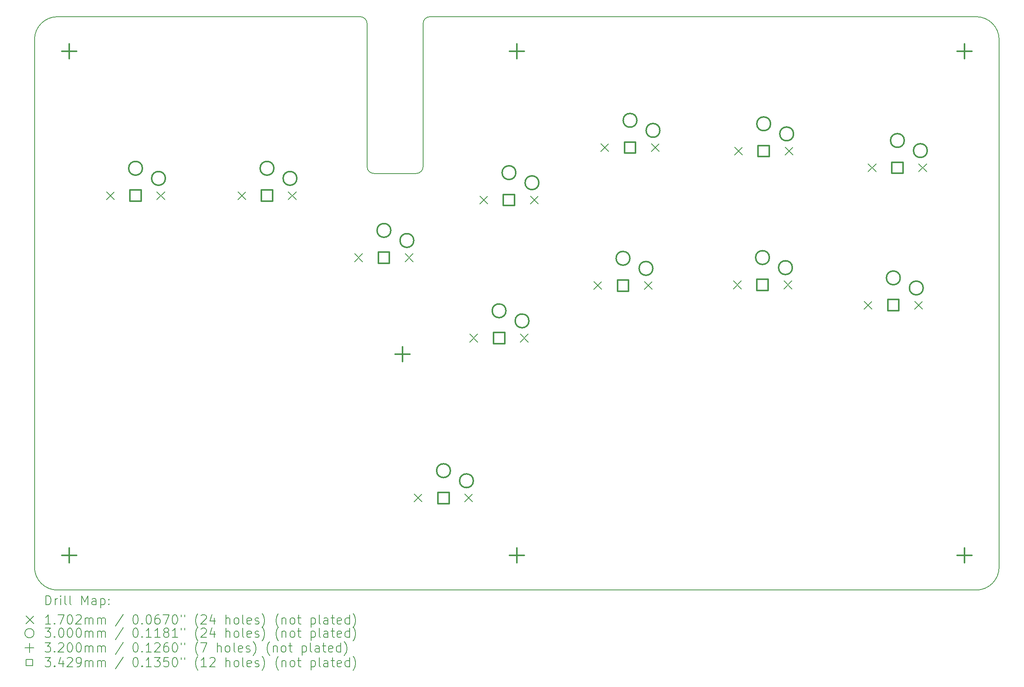
<source format=gbr>
%FSLAX45Y45*%
G04 Gerber Fmt 4.5, Leading zero omitted, Abs format (unit mm)*
G04 Created by KiCad (PCBNEW (6.0.6)) date 2022-07-21 01:25:32*
%MOMM*%
%LPD*%
G01*
G04 APERTURE LIST*
%TA.AperFunction,Profile*%
%ADD10C,0.200000*%
%TD*%
%ADD11C,0.200000*%
%ADD12C,0.170180*%
%ADD13C,0.300000*%
%ADD14C,0.320000*%
%ADD15C,0.342900*%
G04 APERTURE END LIST*
D10*
X11610000Y-3000000D02*
G75*
G03*
X11460000Y-3150000I0J-150000D01*
G01*
X3500000Y-3000000D02*
X10090000Y-3000000D01*
X10240000Y-6268000D02*
G75*
G03*
X10390000Y-6418000I150000J0D01*
G01*
X3000000Y-15000000D02*
G75*
G03*
X3500000Y-15500000I500000J0D01*
G01*
X10240000Y-3150000D02*
X10240000Y-6268000D01*
X24000000Y-3500000D02*
X24000000Y-15000000D01*
X11460000Y-6268000D02*
X11460000Y-3150000D01*
X10390000Y-6418000D02*
X11310000Y-6418000D01*
X10240000Y-3150000D02*
G75*
G03*
X10090000Y-3000000I-150000J0D01*
G01*
X23500000Y-15500000D02*
X3500000Y-15500000D01*
X3000000Y-15000000D02*
X3000000Y-3500000D01*
X24000000Y-3500000D02*
G75*
G03*
X23500000Y-3000000I-500000J0D01*
G01*
X3500000Y-3000000D02*
G75*
G03*
X3000000Y-3500000I0J-500000D01*
G01*
X11310000Y-6418000D02*
G75*
G03*
X11460000Y-6268000I0J150000D01*
G01*
X23500000Y-15500000D02*
G75*
G03*
X24000000Y-15000000I0J500000D01*
G01*
X11610000Y-3000000D02*
X23500000Y-3000000D01*
D11*
D12*
X4564910Y-6814910D02*
X4735090Y-6985090D01*
X4735090Y-6814910D02*
X4564910Y-6985090D01*
X5664910Y-6814910D02*
X5835090Y-6985090D01*
X5835090Y-6814910D02*
X5664910Y-6985090D01*
X7426910Y-6814910D02*
X7597090Y-6985090D01*
X7597090Y-6814910D02*
X7426910Y-6985090D01*
X8526910Y-6814910D02*
X8697090Y-6985090D01*
X8697090Y-6814910D02*
X8526910Y-6985090D01*
X9971910Y-8168910D02*
X10142090Y-8339090D01*
X10142090Y-8168910D02*
X9971910Y-8339090D01*
X11071910Y-8168910D02*
X11242090Y-8339090D01*
X11242090Y-8168910D02*
X11071910Y-8339090D01*
X11268910Y-13406910D02*
X11439090Y-13577090D01*
X11439090Y-13406910D02*
X11268910Y-13577090D01*
X12368910Y-13406910D02*
X12539090Y-13577090D01*
X12539090Y-13406910D02*
X12368910Y-13577090D01*
X12478910Y-9920910D02*
X12649090Y-10091090D01*
X12649090Y-9920910D02*
X12478910Y-10091090D01*
X12694910Y-6909910D02*
X12865090Y-7080090D01*
X12865090Y-6909910D02*
X12694910Y-7080090D01*
X13578910Y-9920910D02*
X13749090Y-10091090D01*
X13749090Y-9920910D02*
X13578910Y-10091090D01*
X13794910Y-6909910D02*
X13965090Y-7080090D01*
X13965090Y-6909910D02*
X13794910Y-7080090D01*
X15176910Y-8776910D02*
X15347090Y-8947090D01*
X15347090Y-8776910D02*
X15176910Y-8947090D01*
X15329910Y-5768910D02*
X15500090Y-5939090D01*
X15500090Y-5768910D02*
X15329910Y-5939090D01*
X16276910Y-8776910D02*
X16447090Y-8947090D01*
X16447090Y-8776910D02*
X16276910Y-8947090D01*
X16429910Y-5768910D02*
X16600090Y-5939090D01*
X16600090Y-5768910D02*
X16429910Y-5939090D01*
X18213910Y-8760910D02*
X18384090Y-8931090D01*
X18384090Y-8760910D02*
X18213910Y-8931090D01*
X18239910Y-5844910D02*
X18410090Y-6015090D01*
X18410090Y-5844910D02*
X18239910Y-6015090D01*
X19313910Y-8760910D02*
X19484090Y-8931090D01*
X19484090Y-8760910D02*
X19313910Y-8931090D01*
X19339910Y-5844910D02*
X19510090Y-6015090D01*
X19510090Y-5844910D02*
X19339910Y-6015090D01*
X21061910Y-9203910D02*
X21232090Y-9374090D01*
X21232090Y-9203910D02*
X21061910Y-9374090D01*
X21150910Y-6208910D02*
X21321090Y-6379090D01*
X21321090Y-6208910D02*
X21150910Y-6379090D01*
X22161910Y-9203910D02*
X22332090Y-9374090D01*
X22332090Y-9203910D02*
X22161910Y-9374090D01*
X22250910Y-6208910D02*
X22421090Y-6379090D01*
X22421090Y-6208910D02*
X22250910Y-6379090D01*
D13*
X5350000Y-6305000D02*
G75*
G03*
X5350000Y-6305000I-150000J0D01*
G01*
X5850000Y-6525000D02*
G75*
G03*
X5850000Y-6525000I-150000J0D01*
G01*
X8212000Y-6305000D02*
G75*
G03*
X8212000Y-6305000I-150000J0D01*
G01*
X8712000Y-6525000D02*
G75*
G03*
X8712000Y-6525000I-150000J0D01*
G01*
X10757000Y-7659000D02*
G75*
G03*
X10757000Y-7659000I-150000J0D01*
G01*
X11257000Y-7879000D02*
G75*
G03*
X11257000Y-7879000I-150000J0D01*
G01*
X12054000Y-12897000D02*
G75*
G03*
X12054000Y-12897000I-150000J0D01*
G01*
X12554000Y-13117000D02*
G75*
G03*
X12554000Y-13117000I-150000J0D01*
G01*
X13264000Y-9411000D02*
G75*
G03*
X13264000Y-9411000I-150000J0D01*
G01*
X13480000Y-6400000D02*
G75*
G03*
X13480000Y-6400000I-150000J0D01*
G01*
X13764000Y-9631000D02*
G75*
G03*
X13764000Y-9631000I-150000J0D01*
G01*
X13980000Y-6620000D02*
G75*
G03*
X13980000Y-6620000I-150000J0D01*
G01*
X15962000Y-8267000D02*
G75*
G03*
X15962000Y-8267000I-150000J0D01*
G01*
X16115000Y-5259000D02*
G75*
G03*
X16115000Y-5259000I-150000J0D01*
G01*
X16462000Y-8487000D02*
G75*
G03*
X16462000Y-8487000I-150000J0D01*
G01*
X16615000Y-5479000D02*
G75*
G03*
X16615000Y-5479000I-150000J0D01*
G01*
X18999000Y-8251000D02*
G75*
G03*
X18999000Y-8251000I-150000J0D01*
G01*
X19025000Y-5335000D02*
G75*
G03*
X19025000Y-5335000I-150000J0D01*
G01*
X19499000Y-8471000D02*
G75*
G03*
X19499000Y-8471000I-150000J0D01*
G01*
X19525000Y-5555000D02*
G75*
G03*
X19525000Y-5555000I-150000J0D01*
G01*
X21847000Y-8694000D02*
G75*
G03*
X21847000Y-8694000I-150000J0D01*
G01*
X21936000Y-5699000D02*
G75*
G03*
X21936000Y-5699000I-150000J0D01*
G01*
X22347000Y-8914000D02*
G75*
G03*
X22347000Y-8914000I-150000J0D01*
G01*
X22436000Y-5919000D02*
G75*
G03*
X22436000Y-5919000I-150000J0D01*
G01*
D14*
X3755000Y-3595000D02*
X3755000Y-3915000D01*
X3595000Y-3755000D02*
X3915000Y-3755000D01*
X3755000Y-14585000D02*
X3755000Y-14905000D01*
X3595000Y-14745000D02*
X3915000Y-14745000D01*
X11014000Y-10198000D02*
X11014000Y-10518000D01*
X10854000Y-10358000D02*
X11174000Y-10358000D01*
X13500000Y-3595000D02*
X13500000Y-3915000D01*
X13340000Y-3755000D02*
X13660000Y-3755000D01*
X13500000Y-14585000D02*
X13500000Y-14905000D01*
X13340000Y-14745000D02*
X13660000Y-14745000D01*
X23245000Y-3595000D02*
X23245000Y-3915000D01*
X23085000Y-3755000D02*
X23405000Y-3755000D01*
X23245000Y-14585000D02*
X23245000Y-14905000D01*
X23085000Y-14745000D02*
X23405000Y-14745000D01*
D15*
X5321235Y-7021235D02*
X5321235Y-6778765D01*
X5078765Y-6778765D01*
X5078765Y-7021235D01*
X5321235Y-7021235D01*
X8183235Y-7021235D02*
X8183235Y-6778765D01*
X7940765Y-6778765D01*
X7940765Y-7021235D01*
X8183235Y-7021235D01*
X10728235Y-8375235D02*
X10728235Y-8132765D01*
X10485765Y-8132765D01*
X10485765Y-8375235D01*
X10728235Y-8375235D01*
X12025235Y-13613235D02*
X12025235Y-13370765D01*
X11782765Y-13370765D01*
X11782765Y-13613235D01*
X12025235Y-13613235D01*
X13235235Y-10127235D02*
X13235235Y-9884765D01*
X12992765Y-9884765D01*
X12992765Y-10127235D01*
X13235235Y-10127235D01*
X13451235Y-7116235D02*
X13451235Y-6873765D01*
X13208765Y-6873765D01*
X13208765Y-7116235D01*
X13451235Y-7116235D01*
X15933235Y-8983235D02*
X15933235Y-8740765D01*
X15690765Y-8740765D01*
X15690765Y-8983235D01*
X15933235Y-8983235D01*
X16086235Y-5975235D02*
X16086235Y-5732765D01*
X15843765Y-5732765D01*
X15843765Y-5975235D01*
X16086235Y-5975235D01*
X18970235Y-8967235D02*
X18970235Y-8724765D01*
X18727765Y-8724765D01*
X18727765Y-8967235D01*
X18970235Y-8967235D01*
X18996235Y-6051235D02*
X18996235Y-5808765D01*
X18753765Y-5808765D01*
X18753765Y-6051235D01*
X18996235Y-6051235D01*
X21818235Y-9410235D02*
X21818235Y-9167765D01*
X21575765Y-9167765D01*
X21575765Y-9410235D01*
X21818235Y-9410235D01*
X21907235Y-6415235D02*
X21907235Y-6172765D01*
X21664765Y-6172765D01*
X21664765Y-6415235D01*
X21907235Y-6415235D01*
D11*
X3247619Y-15820476D02*
X3247619Y-15620476D01*
X3295238Y-15620476D01*
X3323809Y-15630000D01*
X3342857Y-15649048D01*
X3352381Y-15668095D01*
X3361905Y-15706190D01*
X3361905Y-15734762D01*
X3352381Y-15772857D01*
X3342857Y-15791905D01*
X3323809Y-15810952D01*
X3295238Y-15820476D01*
X3247619Y-15820476D01*
X3447619Y-15820476D02*
X3447619Y-15687143D01*
X3447619Y-15725238D02*
X3457143Y-15706190D01*
X3466667Y-15696667D01*
X3485714Y-15687143D01*
X3504762Y-15687143D01*
X3571428Y-15820476D02*
X3571428Y-15687143D01*
X3571428Y-15620476D02*
X3561905Y-15630000D01*
X3571428Y-15639524D01*
X3580952Y-15630000D01*
X3571428Y-15620476D01*
X3571428Y-15639524D01*
X3695238Y-15820476D02*
X3676190Y-15810952D01*
X3666667Y-15791905D01*
X3666667Y-15620476D01*
X3800000Y-15820476D02*
X3780952Y-15810952D01*
X3771428Y-15791905D01*
X3771428Y-15620476D01*
X4028571Y-15820476D02*
X4028571Y-15620476D01*
X4095238Y-15763333D01*
X4161905Y-15620476D01*
X4161905Y-15820476D01*
X4342857Y-15820476D02*
X4342857Y-15715714D01*
X4333333Y-15696667D01*
X4314286Y-15687143D01*
X4276190Y-15687143D01*
X4257143Y-15696667D01*
X4342857Y-15810952D02*
X4323810Y-15820476D01*
X4276190Y-15820476D01*
X4257143Y-15810952D01*
X4247619Y-15791905D01*
X4247619Y-15772857D01*
X4257143Y-15753809D01*
X4276190Y-15744286D01*
X4323810Y-15744286D01*
X4342857Y-15734762D01*
X4438095Y-15687143D02*
X4438095Y-15887143D01*
X4438095Y-15696667D02*
X4457143Y-15687143D01*
X4495238Y-15687143D01*
X4514286Y-15696667D01*
X4523810Y-15706190D01*
X4533333Y-15725238D01*
X4533333Y-15782381D01*
X4523810Y-15801428D01*
X4514286Y-15810952D01*
X4495238Y-15820476D01*
X4457143Y-15820476D01*
X4438095Y-15810952D01*
X4619048Y-15801428D02*
X4628571Y-15810952D01*
X4619048Y-15820476D01*
X4609524Y-15810952D01*
X4619048Y-15801428D01*
X4619048Y-15820476D01*
X4619048Y-15696667D02*
X4628571Y-15706190D01*
X4619048Y-15715714D01*
X4609524Y-15706190D01*
X4619048Y-15696667D01*
X4619048Y-15715714D01*
D12*
X2819820Y-16064910D02*
X2990000Y-16235090D01*
X2990000Y-16064910D02*
X2819820Y-16235090D01*
D11*
X3352381Y-16240476D02*
X3238095Y-16240476D01*
X3295238Y-16240476D02*
X3295238Y-16040476D01*
X3276190Y-16069048D01*
X3257143Y-16088095D01*
X3238095Y-16097619D01*
X3438095Y-16221428D02*
X3447619Y-16230952D01*
X3438095Y-16240476D01*
X3428571Y-16230952D01*
X3438095Y-16221428D01*
X3438095Y-16240476D01*
X3514286Y-16040476D02*
X3647619Y-16040476D01*
X3561905Y-16240476D01*
X3761905Y-16040476D02*
X3780952Y-16040476D01*
X3800000Y-16050000D01*
X3809524Y-16059524D01*
X3819048Y-16078571D01*
X3828571Y-16116667D01*
X3828571Y-16164286D01*
X3819048Y-16202381D01*
X3809524Y-16221428D01*
X3800000Y-16230952D01*
X3780952Y-16240476D01*
X3761905Y-16240476D01*
X3742857Y-16230952D01*
X3733333Y-16221428D01*
X3723809Y-16202381D01*
X3714286Y-16164286D01*
X3714286Y-16116667D01*
X3723809Y-16078571D01*
X3733333Y-16059524D01*
X3742857Y-16050000D01*
X3761905Y-16040476D01*
X3904762Y-16059524D02*
X3914286Y-16050000D01*
X3933333Y-16040476D01*
X3980952Y-16040476D01*
X4000000Y-16050000D01*
X4009524Y-16059524D01*
X4019048Y-16078571D01*
X4019048Y-16097619D01*
X4009524Y-16126190D01*
X3895238Y-16240476D01*
X4019048Y-16240476D01*
X4104762Y-16240476D02*
X4104762Y-16107143D01*
X4104762Y-16126190D02*
X4114286Y-16116667D01*
X4133333Y-16107143D01*
X4161905Y-16107143D01*
X4180952Y-16116667D01*
X4190476Y-16135714D01*
X4190476Y-16240476D01*
X4190476Y-16135714D02*
X4200000Y-16116667D01*
X4219048Y-16107143D01*
X4247619Y-16107143D01*
X4266667Y-16116667D01*
X4276190Y-16135714D01*
X4276190Y-16240476D01*
X4371429Y-16240476D02*
X4371429Y-16107143D01*
X4371429Y-16126190D02*
X4380952Y-16116667D01*
X4400000Y-16107143D01*
X4428571Y-16107143D01*
X4447619Y-16116667D01*
X4457143Y-16135714D01*
X4457143Y-16240476D01*
X4457143Y-16135714D02*
X4466667Y-16116667D01*
X4485714Y-16107143D01*
X4514286Y-16107143D01*
X4533333Y-16116667D01*
X4542857Y-16135714D01*
X4542857Y-16240476D01*
X4933333Y-16030952D02*
X4761905Y-16288095D01*
X5190476Y-16040476D02*
X5209524Y-16040476D01*
X5228571Y-16050000D01*
X5238095Y-16059524D01*
X5247619Y-16078571D01*
X5257143Y-16116667D01*
X5257143Y-16164286D01*
X5247619Y-16202381D01*
X5238095Y-16221428D01*
X5228571Y-16230952D01*
X5209524Y-16240476D01*
X5190476Y-16240476D01*
X5171429Y-16230952D01*
X5161905Y-16221428D01*
X5152381Y-16202381D01*
X5142857Y-16164286D01*
X5142857Y-16116667D01*
X5152381Y-16078571D01*
X5161905Y-16059524D01*
X5171429Y-16050000D01*
X5190476Y-16040476D01*
X5342857Y-16221428D02*
X5352381Y-16230952D01*
X5342857Y-16240476D01*
X5333333Y-16230952D01*
X5342857Y-16221428D01*
X5342857Y-16240476D01*
X5476190Y-16040476D02*
X5495238Y-16040476D01*
X5514286Y-16050000D01*
X5523810Y-16059524D01*
X5533333Y-16078571D01*
X5542857Y-16116667D01*
X5542857Y-16164286D01*
X5533333Y-16202381D01*
X5523810Y-16221428D01*
X5514286Y-16230952D01*
X5495238Y-16240476D01*
X5476190Y-16240476D01*
X5457143Y-16230952D01*
X5447619Y-16221428D01*
X5438095Y-16202381D01*
X5428571Y-16164286D01*
X5428571Y-16116667D01*
X5438095Y-16078571D01*
X5447619Y-16059524D01*
X5457143Y-16050000D01*
X5476190Y-16040476D01*
X5714286Y-16040476D02*
X5676190Y-16040476D01*
X5657143Y-16050000D01*
X5647619Y-16059524D01*
X5628571Y-16088095D01*
X5619048Y-16126190D01*
X5619048Y-16202381D01*
X5628571Y-16221428D01*
X5638095Y-16230952D01*
X5657143Y-16240476D01*
X5695238Y-16240476D01*
X5714286Y-16230952D01*
X5723809Y-16221428D01*
X5733333Y-16202381D01*
X5733333Y-16154762D01*
X5723809Y-16135714D01*
X5714286Y-16126190D01*
X5695238Y-16116667D01*
X5657143Y-16116667D01*
X5638095Y-16126190D01*
X5628571Y-16135714D01*
X5619048Y-16154762D01*
X5800000Y-16040476D02*
X5933333Y-16040476D01*
X5847619Y-16240476D01*
X6047619Y-16040476D02*
X6066667Y-16040476D01*
X6085714Y-16050000D01*
X6095238Y-16059524D01*
X6104762Y-16078571D01*
X6114286Y-16116667D01*
X6114286Y-16164286D01*
X6104762Y-16202381D01*
X6095238Y-16221428D01*
X6085714Y-16230952D01*
X6066667Y-16240476D01*
X6047619Y-16240476D01*
X6028571Y-16230952D01*
X6019048Y-16221428D01*
X6009524Y-16202381D01*
X6000000Y-16164286D01*
X6000000Y-16116667D01*
X6009524Y-16078571D01*
X6019048Y-16059524D01*
X6028571Y-16050000D01*
X6047619Y-16040476D01*
X6190476Y-16040476D02*
X6190476Y-16078571D01*
X6266667Y-16040476D02*
X6266667Y-16078571D01*
X6561905Y-16316667D02*
X6552381Y-16307143D01*
X6533333Y-16278571D01*
X6523809Y-16259524D01*
X6514286Y-16230952D01*
X6504762Y-16183333D01*
X6504762Y-16145238D01*
X6514286Y-16097619D01*
X6523809Y-16069048D01*
X6533333Y-16050000D01*
X6552381Y-16021428D01*
X6561905Y-16011905D01*
X6628571Y-16059524D02*
X6638095Y-16050000D01*
X6657143Y-16040476D01*
X6704762Y-16040476D01*
X6723809Y-16050000D01*
X6733333Y-16059524D01*
X6742857Y-16078571D01*
X6742857Y-16097619D01*
X6733333Y-16126190D01*
X6619048Y-16240476D01*
X6742857Y-16240476D01*
X6914286Y-16107143D02*
X6914286Y-16240476D01*
X6866667Y-16030952D02*
X6819048Y-16173809D01*
X6942857Y-16173809D01*
X7171428Y-16240476D02*
X7171428Y-16040476D01*
X7257143Y-16240476D02*
X7257143Y-16135714D01*
X7247619Y-16116667D01*
X7228571Y-16107143D01*
X7200000Y-16107143D01*
X7180952Y-16116667D01*
X7171428Y-16126190D01*
X7380952Y-16240476D02*
X7361905Y-16230952D01*
X7352381Y-16221428D01*
X7342857Y-16202381D01*
X7342857Y-16145238D01*
X7352381Y-16126190D01*
X7361905Y-16116667D01*
X7380952Y-16107143D01*
X7409524Y-16107143D01*
X7428571Y-16116667D01*
X7438095Y-16126190D01*
X7447619Y-16145238D01*
X7447619Y-16202381D01*
X7438095Y-16221428D01*
X7428571Y-16230952D01*
X7409524Y-16240476D01*
X7380952Y-16240476D01*
X7561905Y-16240476D02*
X7542857Y-16230952D01*
X7533333Y-16211905D01*
X7533333Y-16040476D01*
X7714286Y-16230952D02*
X7695238Y-16240476D01*
X7657143Y-16240476D01*
X7638095Y-16230952D01*
X7628571Y-16211905D01*
X7628571Y-16135714D01*
X7638095Y-16116667D01*
X7657143Y-16107143D01*
X7695238Y-16107143D01*
X7714286Y-16116667D01*
X7723809Y-16135714D01*
X7723809Y-16154762D01*
X7628571Y-16173809D01*
X7800000Y-16230952D02*
X7819048Y-16240476D01*
X7857143Y-16240476D01*
X7876190Y-16230952D01*
X7885714Y-16211905D01*
X7885714Y-16202381D01*
X7876190Y-16183333D01*
X7857143Y-16173809D01*
X7828571Y-16173809D01*
X7809524Y-16164286D01*
X7800000Y-16145238D01*
X7800000Y-16135714D01*
X7809524Y-16116667D01*
X7828571Y-16107143D01*
X7857143Y-16107143D01*
X7876190Y-16116667D01*
X7952381Y-16316667D02*
X7961905Y-16307143D01*
X7980952Y-16278571D01*
X7990476Y-16259524D01*
X8000000Y-16230952D01*
X8009524Y-16183333D01*
X8009524Y-16145238D01*
X8000000Y-16097619D01*
X7990476Y-16069048D01*
X7980952Y-16050000D01*
X7961905Y-16021428D01*
X7952381Y-16011905D01*
X8314286Y-16316667D02*
X8304762Y-16307143D01*
X8285714Y-16278571D01*
X8276190Y-16259524D01*
X8266667Y-16230952D01*
X8257143Y-16183333D01*
X8257143Y-16145238D01*
X8266667Y-16097619D01*
X8276190Y-16069048D01*
X8285714Y-16050000D01*
X8304762Y-16021428D01*
X8314286Y-16011905D01*
X8390476Y-16107143D02*
X8390476Y-16240476D01*
X8390476Y-16126190D02*
X8400000Y-16116667D01*
X8419048Y-16107143D01*
X8447619Y-16107143D01*
X8466667Y-16116667D01*
X8476190Y-16135714D01*
X8476190Y-16240476D01*
X8600000Y-16240476D02*
X8580952Y-16230952D01*
X8571429Y-16221428D01*
X8561905Y-16202381D01*
X8561905Y-16145238D01*
X8571429Y-16126190D01*
X8580952Y-16116667D01*
X8600000Y-16107143D01*
X8628571Y-16107143D01*
X8647619Y-16116667D01*
X8657143Y-16126190D01*
X8666667Y-16145238D01*
X8666667Y-16202381D01*
X8657143Y-16221428D01*
X8647619Y-16230952D01*
X8628571Y-16240476D01*
X8600000Y-16240476D01*
X8723810Y-16107143D02*
X8800000Y-16107143D01*
X8752381Y-16040476D02*
X8752381Y-16211905D01*
X8761905Y-16230952D01*
X8780952Y-16240476D01*
X8800000Y-16240476D01*
X9019048Y-16107143D02*
X9019048Y-16307143D01*
X9019048Y-16116667D02*
X9038095Y-16107143D01*
X9076190Y-16107143D01*
X9095238Y-16116667D01*
X9104762Y-16126190D01*
X9114286Y-16145238D01*
X9114286Y-16202381D01*
X9104762Y-16221428D01*
X9095238Y-16230952D01*
X9076190Y-16240476D01*
X9038095Y-16240476D01*
X9019048Y-16230952D01*
X9228571Y-16240476D02*
X9209524Y-16230952D01*
X9200000Y-16211905D01*
X9200000Y-16040476D01*
X9390476Y-16240476D02*
X9390476Y-16135714D01*
X9380952Y-16116667D01*
X9361905Y-16107143D01*
X9323810Y-16107143D01*
X9304762Y-16116667D01*
X9390476Y-16230952D02*
X9371429Y-16240476D01*
X9323810Y-16240476D01*
X9304762Y-16230952D01*
X9295238Y-16211905D01*
X9295238Y-16192857D01*
X9304762Y-16173809D01*
X9323810Y-16164286D01*
X9371429Y-16164286D01*
X9390476Y-16154762D01*
X9457143Y-16107143D02*
X9533333Y-16107143D01*
X9485714Y-16040476D02*
X9485714Y-16211905D01*
X9495238Y-16230952D01*
X9514286Y-16240476D01*
X9533333Y-16240476D01*
X9676190Y-16230952D02*
X9657143Y-16240476D01*
X9619048Y-16240476D01*
X9600000Y-16230952D01*
X9590476Y-16211905D01*
X9590476Y-16135714D01*
X9600000Y-16116667D01*
X9619048Y-16107143D01*
X9657143Y-16107143D01*
X9676190Y-16116667D01*
X9685714Y-16135714D01*
X9685714Y-16154762D01*
X9590476Y-16173809D01*
X9857143Y-16240476D02*
X9857143Y-16040476D01*
X9857143Y-16230952D02*
X9838095Y-16240476D01*
X9800000Y-16240476D01*
X9780952Y-16230952D01*
X9771429Y-16221428D01*
X9761905Y-16202381D01*
X9761905Y-16145238D01*
X9771429Y-16126190D01*
X9780952Y-16116667D01*
X9800000Y-16107143D01*
X9838095Y-16107143D01*
X9857143Y-16116667D01*
X9933333Y-16316667D02*
X9942857Y-16307143D01*
X9961905Y-16278571D01*
X9971429Y-16259524D01*
X9980952Y-16230952D01*
X9990476Y-16183333D01*
X9990476Y-16145238D01*
X9980952Y-16097619D01*
X9971429Y-16069048D01*
X9961905Y-16050000D01*
X9942857Y-16021428D01*
X9933333Y-16011905D01*
X2990000Y-16440180D02*
G75*
G03*
X2990000Y-16440180I-100000J0D01*
G01*
X3228571Y-16330656D02*
X3352381Y-16330656D01*
X3285714Y-16406847D01*
X3314286Y-16406847D01*
X3333333Y-16416370D01*
X3342857Y-16425894D01*
X3352381Y-16444942D01*
X3352381Y-16492561D01*
X3342857Y-16511608D01*
X3333333Y-16521132D01*
X3314286Y-16530656D01*
X3257143Y-16530656D01*
X3238095Y-16521132D01*
X3228571Y-16511608D01*
X3438095Y-16511608D02*
X3447619Y-16521132D01*
X3438095Y-16530656D01*
X3428571Y-16521132D01*
X3438095Y-16511608D01*
X3438095Y-16530656D01*
X3571428Y-16330656D02*
X3590476Y-16330656D01*
X3609524Y-16340180D01*
X3619048Y-16349704D01*
X3628571Y-16368751D01*
X3638095Y-16406847D01*
X3638095Y-16454466D01*
X3628571Y-16492561D01*
X3619048Y-16511608D01*
X3609524Y-16521132D01*
X3590476Y-16530656D01*
X3571428Y-16530656D01*
X3552381Y-16521132D01*
X3542857Y-16511608D01*
X3533333Y-16492561D01*
X3523809Y-16454466D01*
X3523809Y-16406847D01*
X3533333Y-16368751D01*
X3542857Y-16349704D01*
X3552381Y-16340180D01*
X3571428Y-16330656D01*
X3761905Y-16330656D02*
X3780952Y-16330656D01*
X3800000Y-16340180D01*
X3809524Y-16349704D01*
X3819048Y-16368751D01*
X3828571Y-16406847D01*
X3828571Y-16454466D01*
X3819048Y-16492561D01*
X3809524Y-16511608D01*
X3800000Y-16521132D01*
X3780952Y-16530656D01*
X3761905Y-16530656D01*
X3742857Y-16521132D01*
X3733333Y-16511608D01*
X3723809Y-16492561D01*
X3714286Y-16454466D01*
X3714286Y-16406847D01*
X3723809Y-16368751D01*
X3733333Y-16349704D01*
X3742857Y-16340180D01*
X3761905Y-16330656D01*
X3952381Y-16330656D02*
X3971428Y-16330656D01*
X3990476Y-16340180D01*
X4000000Y-16349704D01*
X4009524Y-16368751D01*
X4019048Y-16406847D01*
X4019048Y-16454466D01*
X4009524Y-16492561D01*
X4000000Y-16511608D01*
X3990476Y-16521132D01*
X3971428Y-16530656D01*
X3952381Y-16530656D01*
X3933333Y-16521132D01*
X3923809Y-16511608D01*
X3914286Y-16492561D01*
X3904762Y-16454466D01*
X3904762Y-16406847D01*
X3914286Y-16368751D01*
X3923809Y-16349704D01*
X3933333Y-16340180D01*
X3952381Y-16330656D01*
X4104762Y-16530656D02*
X4104762Y-16397323D01*
X4104762Y-16416370D02*
X4114286Y-16406847D01*
X4133333Y-16397323D01*
X4161905Y-16397323D01*
X4180952Y-16406847D01*
X4190476Y-16425894D01*
X4190476Y-16530656D01*
X4190476Y-16425894D02*
X4200000Y-16406847D01*
X4219048Y-16397323D01*
X4247619Y-16397323D01*
X4266667Y-16406847D01*
X4276190Y-16425894D01*
X4276190Y-16530656D01*
X4371429Y-16530656D02*
X4371429Y-16397323D01*
X4371429Y-16416370D02*
X4380952Y-16406847D01*
X4400000Y-16397323D01*
X4428571Y-16397323D01*
X4447619Y-16406847D01*
X4457143Y-16425894D01*
X4457143Y-16530656D01*
X4457143Y-16425894D02*
X4466667Y-16406847D01*
X4485714Y-16397323D01*
X4514286Y-16397323D01*
X4533333Y-16406847D01*
X4542857Y-16425894D01*
X4542857Y-16530656D01*
X4933333Y-16321132D02*
X4761905Y-16578275D01*
X5190476Y-16330656D02*
X5209524Y-16330656D01*
X5228571Y-16340180D01*
X5238095Y-16349704D01*
X5247619Y-16368751D01*
X5257143Y-16406847D01*
X5257143Y-16454466D01*
X5247619Y-16492561D01*
X5238095Y-16511608D01*
X5228571Y-16521132D01*
X5209524Y-16530656D01*
X5190476Y-16530656D01*
X5171429Y-16521132D01*
X5161905Y-16511608D01*
X5152381Y-16492561D01*
X5142857Y-16454466D01*
X5142857Y-16406847D01*
X5152381Y-16368751D01*
X5161905Y-16349704D01*
X5171429Y-16340180D01*
X5190476Y-16330656D01*
X5342857Y-16511608D02*
X5352381Y-16521132D01*
X5342857Y-16530656D01*
X5333333Y-16521132D01*
X5342857Y-16511608D01*
X5342857Y-16530656D01*
X5542857Y-16530656D02*
X5428571Y-16530656D01*
X5485714Y-16530656D02*
X5485714Y-16330656D01*
X5466667Y-16359228D01*
X5447619Y-16378275D01*
X5428571Y-16387799D01*
X5733333Y-16530656D02*
X5619048Y-16530656D01*
X5676190Y-16530656D02*
X5676190Y-16330656D01*
X5657143Y-16359228D01*
X5638095Y-16378275D01*
X5619048Y-16387799D01*
X5847619Y-16416370D02*
X5828571Y-16406847D01*
X5819048Y-16397323D01*
X5809524Y-16378275D01*
X5809524Y-16368751D01*
X5819048Y-16349704D01*
X5828571Y-16340180D01*
X5847619Y-16330656D01*
X5885714Y-16330656D01*
X5904762Y-16340180D01*
X5914286Y-16349704D01*
X5923809Y-16368751D01*
X5923809Y-16378275D01*
X5914286Y-16397323D01*
X5904762Y-16406847D01*
X5885714Y-16416370D01*
X5847619Y-16416370D01*
X5828571Y-16425894D01*
X5819048Y-16435418D01*
X5809524Y-16454466D01*
X5809524Y-16492561D01*
X5819048Y-16511608D01*
X5828571Y-16521132D01*
X5847619Y-16530656D01*
X5885714Y-16530656D01*
X5904762Y-16521132D01*
X5914286Y-16511608D01*
X5923809Y-16492561D01*
X5923809Y-16454466D01*
X5914286Y-16435418D01*
X5904762Y-16425894D01*
X5885714Y-16416370D01*
X6114286Y-16530656D02*
X6000000Y-16530656D01*
X6057143Y-16530656D02*
X6057143Y-16330656D01*
X6038095Y-16359228D01*
X6019048Y-16378275D01*
X6000000Y-16387799D01*
X6190476Y-16330656D02*
X6190476Y-16368751D01*
X6266667Y-16330656D02*
X6266667Y-16368751D01*
X6561905Y-16606847D02*
X6552381Y-16597323D01*
X6533333Y-16568751D01*
X6523809Y-16549704D01*
X6514286Y-16521132D01*
X6504762Y-16473513D01*
X6504762Y-16435418D01*
X6514286Y-16387799D01*
X6523809Y-16359228D01*
X6533333Y-16340180D01*
X6552381Y-16311608D01*
X6561905Y-16302085D01*
X6628571Y-16349704D02*
X6638095Y-16340180D01*
X6657143Y-16330656D01*
X6704762Y-16330656D01*
X6723809Y-16340180D01*
X6733333Y-16349704D01*
X6742857Y-16368751D01*
X6742857Y-16387799D01*
X6733333Y-16416370D01*
X6619048Y-16530656D01*
X6742857Y-16530656D01*
X6914286Y-16397323D02*
X6914286Y-16530656D01*
X6866667Y-16321132D02*
X6819048Y-16463989D01*
X6942857Y-16463989D01*
X7171428Y-16530656D02*
X7171428Y-16330656D01*
X7257143Y-16530656D02*
X7257143Y-16425894D01*
X7247619Y-16406847D01*
X7228571Y-16397323D01*
X7200000Y-16397323D01*
X7180952Y-16406847D01*
X7171428Y-16416370D01*
X7380952Y-16530656D02*
X7361905Y-16521132D01*
X7352381Y-16511608D01*
X7342857Y-16492561D01*
X7342857Y-16435418D01*
X7352381Y-16416370D01*
X7361905Y-16406847D01*
X7380952Y-16397323D01*
X7409524Y-16397323D01*
X7428571Y-16406847D01*
X7438095Y-16416370D01*
X7447619Y-16435418D01*
X7447619Y-16492561D01*
X7438095Y-16511608D01*
X7428571Y-16521132D01*
X7409524Y-16530656D01*
X7380952Y-16530656D01*
X7561905Y-16530656D02*
X7542857Y-16521132D01*
X7533333Y-16502085D01*
X7533333Y-16330656D01*
X7714286Y-16521132D02*
X7695238Y-16530656D01*
X7657143Y-16530656D01*
X7638095Y-16521132D01*
X7628571Y-16502085D01*
X7628571Y-16425894D01*
X7638095Y-16406847D01*
X7657143Y-16397323D01*
X7695238Y-16397323D01*
X7714286Y-16406847D01*
X7723809Y-16425894D01*
X7723809Y-16444942D01*
X7628571Y-16463989D01*
X7800000Y-16521132D02*
X7819048Y-16530656D01*
X7857143Y-16530656D01*
X7876190Y-16521132D01*
X7885714Y-16502085D01*
X7885714Y-16492561D01*
X7876190Y-16473513D01*
X7857143Y-16463989D01*
X7828571Y-16463989D01*
X7809524Y-16454466D01*
X7800000Y-16435418D01*
X7800000Y-16425894D01*
X7809524Y-16406847D01*
X7828571Y-16397323D01*
X7857143Y-16397323D01*
X7876190Y-16406847D01*
X7952381Y-16606847D02*
X7961905Y-16597323D01*
X7980952Y-16568751D01*
X7990476Y-16549704D01*
X8000000Y-16521132D01*
X8009524Y-16473513D01*
X8009524Y-16435418D01*
X8000000Y-16387799D01*
X7990476Y-16359228D01*
X7980952Y-16340180D01*
X7961905Y-16311608D01*
X7952381Y-16302085D01*
X8314286Y-16606847D02*
X8304762Y-16597323D01*
X8285714Y-16568751D01*
X8276190Y-16549704D01*
X8266667Y-16521132D01*
X8257143Y-16473513D01*
X8257143Y-16435418D01*
X8266667Y-16387799D01*
X8276190Y-16359228D01*
X8285714Y-16340180D01*
X8304762Y-16311608D01*
X8314286Y-16302085D01*
X8390476Y-16397323D02*
X8390476Y-16530656D01*
X8390476Y-16416370D02*
X8400000Y-16406847D01*
X8419048Y-16397323D01*
X8447619Y-16397323D01*
X8466667Y-16406847D01*
X8476190Y-16425894D01*
X8476190Y-16530656D01*
X8600000Y-16530656D02*
X8580952Y-16521132D01*
X8571429Y-16511608D01*
X8561905Y-16492561D01*
X8561905Y-16435418D01*
X8571429Y-16416370D01*
X8580952Y-16406847D01*
X8600000Y-16397323D01*
X8628571Y-16397323D01*
X8647619Y-16406847D01*
X8657143Y-16416370D01*
X8666667Y-16435418D01*
X8666667Y-16492561D01*
X8657143Y-16511608D01*
X8647619Y-16521132D01*
X8628571Y-16530656D01*
X8600000Y-16530656D01*
X8723810Y-16397323D02*
X8800000Y-16397323D01*
X8752381Y-16330656D02*
X8752381Y-16502085D01*
X8761905Y-16521132D01*
X8780952Y-16530656D01*
X8800000Y-16530656D01*
X9019048Y-16397323D02*
X9019048Y-16597323D01*
X9019048Y-16406847D02*
X9038095Y-16397323D01*
X9076190Y-16397323D01*
X9095238Y-16406847D01*
X9104762Y-16416370D01*
X9114286Y-16435418D01*
X9114286Y-16492561D01*
X9104762Y-16511608D01*
X9095238Y-16521132D01*
X9076190Y-16530656D01*
X9038095Y-16530656D01*
X9019048Y-16521132D01*
X9228571Y-16530656D02*
X9209524Y-16521132D01*
X9200000Y-16502085D01*
X9200000Y-16330656D01*
X9390476Y-16530656D02*
X9390476Y-16425894D01*
X9380952Y-16406847D01*
X9361905Y-16397323D01*
X9323810Y-16397323D01*
X9304762Y-16406847D01*
X9390476Y-16521132D02*
X9371429Y-16530656D01*
X9323810Y-16530656D01*
X9304762Y-16521132D01*
X9295238Y-16502085D01*
X9295238Y-16483037D01*
X9304762Y-16463989D01*
X9323810Y-16454466D01*
X9371429Y-16454466D01*
X9390476Y-16444942D01*
X9457143Y-16397323D02*
X9533333Y-16397323D01*
X9485714Y-16330656D02*
X9485714Y-16502085D01*
X9495238Y-16521132D01*
X9514286Y-16530656D01*
X9533333Y-16530656D01*
X9676190Y-16521132D02*
X9657143Y-16530656D01*
X9619048Y-16530656D01*
X9600000Y-16521132D01*
X9590476Y-16502085D01*
X9590476Y-16425894D01*
X9600000Y-16406847D01*
X9619048Y-16397323D01*
X9657143Y-16397323D01*
X9676190Y-16406847D01*
X9685714Y-16425894D01*
X9685714Y-16444942D01*
X9590476Y-16463989D01*
X9857143Y-16530656D02*
X9857143Y-16330656D01*
X9857143Y-16521132D02*
X9838095Y-16530656D01*
X9800000Y-16530656D01*
X9780952Y-16521132D01*
X9771429Y-16511608D01*
X9761905Y-16492561D01*
X9761905Y-16435418D01*
X9771429Y-16416370D01*
X9780952Y-16406847D01*
X9800000Y-16397323D01*
X9838095Y-16397323D01*
X9857143Y-16406847D01*
X9933333Y-16606847D02*
X9942857Y-16597323D01*
X9961905Y-16568751D01*
X9971429Y-16549704D01*
X9980952Y-16521132D01*
X9990476Y-16473513D01*
X9990476Y-16435418D01*
X9980952Y-16387799D01*
X9971429Y-16359228D01*
X9961905Y-16340180D01*
X9942857Y-16311608D01*
X9933333Y-16302085D01*
X2890000Y-16660180D02*
X2890000Y-16860180D01*
X2790000Y-16760180D02*
X2990000Y-16760180D01*
X3228571Y-16650656D02*
X3352381Y-16650656D01*
X3285714Y-16726847D01*
X3314286Y-16726847D01*
X3333333Y-16736370D01*
X3342857Y-16745894D01*
X3352381Y-16764942D01*
X3352381Y-16812561D01*
X3342857Y-16831609D01*
X3333333Y-16841132D01*
X3314286Y-16850656D01*
X3257143Y-16850656D01*
X3238095Y-16841132D01*
X3228571Y-16831609D01*
X3438095Y-16831609D02*
X3447619Y-16841132D01*
X3438095Y-16850656D01*
X3428571Y-16841132D01*
X3438095Y-16831609D01*
X3438095Y-16850656D01*
X3523809Y-16669704D02*
X3533333Y-16660180D01*
X3552381Y-16650656D01*
X3600000Y-16650656D01*
X3619048Y-16660180D01*
X3628571Y-16669704D01*
X3638095Y-16688751D01*
X3638095Y-16707799D01*
X3628571Y-16736370D01*
X3514286Y-16850656D01*
X3638095Y-16850656D01*
X3761905Y-16650656D02*
X3780952Y-16650656D01*
X3800000Y-16660180D01*
X3809524Y-16669704D01*
X3819048Y-16688751D01*
X3828571Y-16726847D01*
X3828571Y-16774466D01*
X3819048Y-16812561D01*
X3809524Y-16831609D01*
X3800000Y-16841132D01*
X3780952Y-16850656D01*
X3761905Y-16850656D01*
X3742857Y-16841132D01*
X3733333Y-16831609D01*
X3723809Y-16812561D01*
X3714286Y-16774466D01*
X3714286Y-16726847D01*
X3723809Y-16688751D01*
X3733333Y-16669704D01*
X3742857Y-16660180D01*
X3761905Y-16650656D01*
X3952381Y-16650656D02*
X3971428Y-16650656D01*
X3990476Y-16660180D01*
X4000000Y-16669704D01*
X4009524Y-16688751D01*
X4019048Y-16726847D01*
X4019048Y-16774466D01*
X4009524Y-16812561D01*
X4000000Y-16831609D01*
X3990476Y-16841132D01*
X3971428Y-16850656D01*
X3952381Y-16850656D01*
X3933333Y-16841132D01*
X3923809Y-16831609D01*
X3914286Y-16812561D01*
X3904762Y-16774466D01*
X3904762Y-16726847D01*
X3914286Y-16688751D01*
X3923809Y-16669704D01*
X3933333Y-16660180D01*
X3952381Y-16650656D01*
X4104762Y-16850656D02*
X4104762Y-16717323D01*
X4104762Y-16736370D02*
X4114286Y-16726847D01*
X4133333Y-16717323D01*
X4161905Y-16717323D01*
X4180952Y-16726847D01*
X4190476Y-16745894D01*
X4190476Y-16850656D01*
X4190476Y-16745894D02*
X4200000Y-16726847D01*
X4219048Y-16717323D01*
X4247619Y-16717323D01*
X4266667Y-16726847D01*
X4276190Y-16745894D01*
X4276190Y-16850656D01*
X4371429Y-16850656D02*
X4371429Y-16717323D01*
X4371429Y-16736370D02*
X4380952Y-16726847D01*
X4400000Y-16717323D01*
X4428571Y-16717323D01*
X4447619Y-16726847D01*
X4457143Y-16745894D01*
X4457143Y-16850656D01*
X4457143Y-16745894D02*
X4466667Y-16726847D01*
X4485714Y-16717323D01*
X4514286Y-16717323D01*
X4533333Y-16726847D01*
X4542857Y-16745894D01*
X4542857Y-16850656D01*
X4933333Y-16641132D02*
X4761905Y-16898275D01*
X5190476Y-16650656D02*
X5209524Y-16650656D01*
X5228571Y-16660180D01*
X5238095Y-16669704D01*
X5247619Y-16688751D01*
X5257143Y-16726847D01*
X5257143Y-16774466D01*
X5247619Y-16812561D01*
X5238095Y-16831609D01*
X5228571Y-16841132D01*
X5209524Y-16850656D01*
X5190476Y-16850656D01*
X5171429Y-16841132D01*
X5161905Y-16831609D01*
X5152381Y-16812561D01*
X5142857Y-16774466D01*
X5142857Y-16726847D01*
X5152381Y-16688751D01*
X5161905Y-16669704D01*
X5171429Y-16660180D01*
X5190476Y-16650656D01*
X5342857Y-16831609D02*
X5352381Y-16841132D01*
X5342857Y-16850656D01*
X5333333Y-16841132D01*
X5342857Y-16831609D01*
X5342857Y-16850656D01*
X5542857Y-16850656D02*
X5428571Y-16850656D01*
X5485714Y-16850656D02*
X5485714Y-16650656D01*
X5466667Y-16679228D01*
X5447619Y-16698275D01*
X5428571Y-16707799D01*
X5619048Y-16669704D02*
X5628571Y-16660180D01*
X5647619Y-16650656D01*
X5695238Y-16650656D01*
X5714286Y-16660180D01*
X5723809Y-16669704D01*
X5733333Y-16688751D01*
X5733333Y-16707799D01*
X5723809Y-16736370D01*
X5609524Y-16850656D01*
X5733333Y-16850656D01*
X5904762Y-16650656D02*
X5866667Y-16650656D01*
X5847619Y-16660180D01*
X5838095Y-16669704D01*
X5819048Y-16698275D01*
X5809524Y-16736370D01*
X5809524Y-16812561D01*
X5819048Y-16831609D01*
X5828571Y-16841132D01*
X5847619Y-16850656D01*
X5885714Y-16850656D01*
X5904762Y-16841132D01*
X5914286Y-16831609D01*
X5923809Y-16812561D01*
X5923809Y-16764942D01*
X5914286Y-16745894D01*
X5904762Y-16736370D01*
X5885714Y-16726847D01*
X5847619Y-16726847D01*
X5828571Y-16736370D01*
X5819048Y-16745894D01*
X5809524Y-16764942D01*
X6047619Y-16650656D02*
X6066667Y-16650656D01*
X6085714Y-16660180D01*
X6095238Y-16669704D01*
X6104762Y-16688751D01*
X6114286Y-16726847D01*
X6114286Y-16774466D01*
X6104762Y-16812561D01*
X6095238Y-16831609D01*
X6085714Y-16841132D01*
X6066667Y-16850656D01*
X6047619Y-16850656D01*
X6028571Y-16841132D01*
X6019048Y-16831609D01*
X6009524Y-16812561D01*
X6000000Y-16774466D01*
X6000000Y-16726847D01*
X6009524Y-16688751D01*
X6019048Y-16669704D01*
X6028571Y-16660180D01*
X6047619Y-16650656D01*
X6190476Y-16650656D02*
X6190476Y-16688751D01*
X6266667Y-16650656D02*
X6266667Y-16688751D01*
X6561905Y-16926847D02*
X6552381Y-16917323D01*
X6533333Y-16888751D01*
X6523809Y-16869704D01*
X6514286Y-16841132D01*
X6504762Y-16793513D01*
X6504762Y-16755418D01*
X6514286Y-16707799D01*
X6523809Y-16679228D01*
X6533333Y-16660180D01*
X6552381Y-16631608D01*
X6561905Y-16622085D01*
X6619048Y-16650656D02*
X6752381Y-16650656D01*
X6666667Y-16850656D01*
X6980952Y-16850656D02*
X6980952Y-16650656D01*
X7066667Y-16850656D02*
X7066667Y-16745894D01*
X7057143Y-16726847D01*
X7038095Y-16717323D01*
X7009524Y-16717323D01*
X6990476Y-16726847D01*
X6980952Y-16736370D01*
X7190476Y-16850656D02*
X7171428Y-16841132D01*
X7161905Y-16831609D01*
X7152381Y-16812561D01*
X7152381Y-16755418D01*
X7161905Y-16736370D01*
X7171428Y-16726847D01*
X7190476Y-16717323D01*
X7219048Y-16717323D01*
X7238095Y-16726847D01*
X7247619Y-16736370D01*
X7257143Y-16755418D01*
X7257143Y-16812561D01*
X7247619Y-16831609D01*
X7238095Y-16841132D01*
X7219048Y-16850656D01*
X7190476Y-16850656D01*
X7371428Y-16850656D02*
X7352381Y-16841132D01*
X7342857Y-16822085D01*
X7342857Y-16650656D01*
X7523809Y-16841132D02*
X7504762Y-16850656D01*
X7466667Y-16850656D01*
X7447619Y-16841132D01*
X7438095Y-16822085D01*
X7438095Y-16745894D01*
X7447619Y-16726847D01*
X7466667Y-16717323D01*
X7504762Y-16717323D01*
X7523809Y-16726847D01*
X7533333Y-16745894D01*
X7533333Y-16764942D01*
X7438095Y-16783990D01*
X7609524Y-16841132D02*
X7628571Y-16850656D01*
X7666667Y-16850656D01*
X7685714Y-16841132D01*
X7695238Y-16822085D01*
X7695238Y-16812561D01*
X7685714Y-16793513D01*
X7666667Y-16783990D01*
X7638095Y-16783990D01*
X7619048Y-16774466D01*
X7609524Y-16755418D01*
X7609524Y-16745894D01*
X7619048Y-16726847D01*
X7638095Y-16717323D01*
X7666667Y-16717323D01*
X7685714Y-16726847D01*
X7761905Y-16926847D02*
X7771428Y-16917323D01*
X7790476Y-16888751D01*
X7800000Y-16869704D01*
X7809524Y-16841132D01*
X7819048Y-16793513D01*
X7819048Y-16755418D01*
X7809524Y-16707799D01*
X7800000Y-16679228D01*
X7790476Y-16660180D01*
X7771428Y-16631608D01*
X7761905Y-16622085D01*
X8123809Y-16926847D02*
X8114286Y-16917323D01*
X8095238Y-16888751D01*
X8085714Y-16869704D01*
X8076190Y-16841132D01*
X8066667Y-16793513D01*
X8066667Y-16755418D01*
X8076190Y-16707799D01*
X8085714Y-16679228D01*
X8095238Y-16660180D01*
X8114286Y-16631608D01*
X8123809Y-16622085D01*
X8200000Y-16717323D02*
X8200000Y-16850656D01*
X8200000Y-16736370D02*
X8209524Y-16726847D01*
X8228571Y-16717323D01*
X8257143Y-16717323D01*
X8276190Y-16726847D01*
X8285714Y-16745894D01*
X8285714Y-16850656D01*
X8409524Y-16850656D02*
X8390476Y-16841132D01*
X8380952Y-16831609D01*
X8371428Y-16812561D01*
X8371428Y-16755418D01*
X8380952Y-16736370D01*
X8390476Y-16726847D01*
X8409524Y-16717323D01*
X8438095Y-16717323D01*
X8457143Y-16726847D01*
X8466667Y-16736370D01*
X8476190Y-16755418D01*
X8476190Y-16812561D01*
X8466667Y-16831609D01*
X8457143Y-16841132D01*
X8438095Y-16850656D01*
X8409524Y-16850656D01*
X8533333Y-16717323D02*
X8609524Y-16717323D01*
X8561905Y-16650656D02*
X8561905Y-16822085D01*
X8571429Y-16841132D01*
X8590476Y-16850656D01*
X8609524Y-16850656D01*
X8828571Y-16717323D02*
X8828571Y-16917323D01*
X8828571Y-16726847D02*
X8847619Y-16717323D01*
X8885714Y-16717323D01*
X8904762Y-16726847D01*
X8914286Y-16736370D01*
X8923810Y-16755418D01*
X8923810Y-16812561D01*
X8914286Y-16831609D01*
X8904762Y-16841132D01*
X8885714Y-16850656D01*
X8847619Y-16850656D01*
X8828571Y-16841132D01*
X9038095Y-16850656D02*
X9019048Y-16841132D01*
X9009524Y-16822085D01*
X9009524Y-16650656D01*
X9200000Y-16850656D02*
X9200000Y-16745894D01*
X9190476Y-16726847D01*
X9171429Y-16717323D01*
X9133333Y-16717323D01*
X9114286Y-16726847D01*
X9200000Y-16841132D02*
X9180952Y-16850656D01*
X9133333Y-16850656D01*
X9114286Y-16841132D01*
X9104762Y-16822085D01*
X9104762Y-16803037D01*
X9114286Y-16783990D01*
X9133333Y-16774466D01*
X9180952Y-16774466D01*
X9200000Y-16764942D01*
X9266667Y-16717323D02*
X9342857Y-16717323D01*
X9295238Y-16650656D02*
X9295238Y-16822085D01*
X9304762Y-16841132D01*
X9323810Y-16850656D01*
X9342857Y-16850656D01*
X9485714Y-16841132D02*
X9466667Y-16850656D01*
X9428571Y-16850656D01*
X9409524Y-16841132D01*
X9400000Y-16822085D01*
X9400000Y-16745894D01*
X9409524Y-16726847D01*
X9428571Y-16717323D01*
X9466667Y-16717323D01*
X9485714Y-16726847D01*
X9495238Y-16745894D01*
X9495238Y-16764942D01*
X9400000Y-16783990D01*
X9666667Y-16850656D02*
X9666667Y-16650656D01*
X9666667Y-16841132D02*
X9647619Y-16850656D01*
X9609524Y-16850656D01*
X9590476Y-16841132D01*
X9580952Y-16831609D01*
X9571429Y-16812561D01*
X9571429Y-16755418D01*
X9580952Y-16736370D01*
X9590476Y-16726847D01*
X9609524Y-16717323D01*
X9647619Y-16717323D01*
X9666667Y-16726847D01*
X9742857Y-16926847D02*
X9752381Y-16917323D01*
X9771429Y-16888751D01*
X9780952Y-16869704D01*
X9790476Y-16841132D01*
X9800000Y-16793513D01*
X9800000Y-16755418D01*
X9790476Y-16707799D01*
X9780952Y-16679228D01*
X9771429Y-16660180D01*
X9752381Y-16631608D01*
X9742857Y-16622085D01*
X2960711Y-17150891D02*
X2960711Y-17009469D01*
X2819289Y-17009469D01*
X2819289Y-17150891D01*
X2960711Y-17150891D01*
X3228571Y-16970656D02*
X3352381Y-16970656D01*
X3285714Y-17046847D01*
X3314286Y-17046847D01*
X3333333Y-17056370D01*
X3342857Y-17065894D01*
X3352381Y-17084942D01*
X3352381Y-17132561D01*
X3342857Y-17151609D01*
X3333333Y-17161132D01*
X3314286Y-17170656D01*
X3257143Y-17170656D01*
X3238095Y-17161132D01*
X3228571Y-17151609D01*
X3438095Y-17151609D02*
X3447619Y-17161132D01*
X3438095Y-17170656D01*
X3428571Y-17161132D01*
X3438095Y-17151609D01*
X3438095Y-17170656D01*
X3619048Y-17037323D02*
X3619048Y-17170656D01*
X3571428Y-16961132D02*
X3523809Y-17103990D01*
X3647619Y-17103990D01*
X3714286Y-16989704D02*
X3723809Y-16980180D01*
X3742857Y-16970656D01*
X3790476Y-16970656D01*
X3809524Y-16980180D01*
X3819048Y-16989704D01*
X3828571Y-17008751D01*
X3828571Y-17027799D01*
X3819048Y-17056370D01*
X3704762Y-17170656D01*
X3828571Y-17170656D01*
X3923809Y-17170656D02*
X3961905Y-17170656D01*
X3980952Y-17161132D01*
X3990476Y-17151609D01*
X4009524Y-17123037D01*
X4019048Y-17084942D01*
X4019048Y-17008751D01*
X4009524Y-16989704D01*
X4000000Y-16980180D01*
X3980952Y-16970656D01*
X3942857Y-16970656D01*
X3923809Y-16980180D01*
X3914286Y-16989704D01*
X3904762Y-17008751D01*
X3904762Y-17056370D01*
X3914286Y-17075418D01*
X3923809Y-17084942D01*
X3942857Y-17094466D01*
X3980952Y-17094466D01*
X4000000Y-17084942D01*
X4009524Y-17075418D01*
X4019048Y-17056370D01*
X4104762Y-17170656D02*
X4104762Y-17037323D01*
X4104762Y-17056370D02*
X4114286Y-17046847D01*
X4133333Y-17037323D01*
X4161905Y-17037323D01*
X4180952Y-17046847D01*
X4190476Y-17065894D01*
X4190476Y-17170656D01*
X4190476Y-17065894D02*
X4200000Y-17046847D01*
X4219048Y-17037323D01*
X4247619Y-17037323D01*
X4266667Y-17046847D01*
X4276190Y-17065894D01*
X4276190Y-17170656D01*
X4371429Y-17170656D02*
X4371429Y-17037323D01*
X4371429Y-17056370D02*
X4380952Y-17046847D01*
X4400000Y-17037323D01*
X4428571Y-17037323D01*
X4447619Y-17046847D01*
X4457143Y-17065894D01*
X4457143Y-17170656D01*
X4457143Y-17065894D02*
X4466667Y-17046847D01*
X4485714Y-17037323D01*
X4514286Y-17037323D01*
X4533333Y-17046847D01*
X4542857Y-17065894D01*
X4542857Y-17170656D01*
X4933333Y-16961132D02*
X4761905Y-17218275D01*
X5190476Y-16970656D02*
X5209524Y-16970656D01*
X5228571Y-16980180D01*
X5238095Y-16989704D01*
X5247619Y-17008751D01*
X5257143Y-17046847D01*
X5257143Y-17094466D01*
X5247619Y-17132561D01*
X5238095Y-17151609D01*
X5228571Y-17161132D01*
X5209524Y-17170656D01*
X5190476Y-17170656D01*
X5171429Y-17161132D01*
X5161905Y-17151609D01*
X5152381Y-17132561D01*
X5142857Y-17094466D01*
X5142857Y-17046847D01*
X5152381Y-17008751D01*
X5161905Y-16989704D01*
X5171429Y-16980180D01*
X5190476Y-16970656D01*
X5342857Y-17151609D02*
X5352381Y-17161132D01*
X5342857Y-17170656D01*
X5333333Y-17161132D01*
X5342857Y-17151609D01*
X5342857Y-17170656D01*
X5542857Y-17170656D02*
X5428571Y-17170656D01*
X5485714Y-17170656D02*
X5485714Y-16970656D01*
X5466667Y-16999228D01*
X5447619Y-17018275D01*
X5428571Y-17027799D01*
X5609524Y-16970656D02*
X5733333Y-16970656D01*
X5666667Y-17046847D01*
X5695238Y-17046847D01*
X5714286Y-17056370D01*
X5723809Y-17065894D01*
X5733333Y-17084942D01*
X5733333Y-17132561D01*
X5723809Y-17151609D01*
X5714286Y-17161132D01*
X5695238Y-17170656D01*
X5638095Y-17170656D01*
X5619048Y-17161132D01*
X5609524Y-17151609D01*
X5914286Y-16970656D02*
X5819048Y-16970656D01*
X5809524Y-17065894D01*
X5819048Y-17056370D01*
X5838095Y-17046847D01*
X5885714Y-17046847D01*
X5904762Y-17056370D01*
X5914286Y-17065894D01*
X5923809Y-17084942D01*
X5923809Y-17132561D01*
X5914286Y-17151609D01*
X5904762Y-17161132D01*
X5885714Y-17170656D01*
X5838095Y-17170656D01*
X5819048Y-17161132D01*
X5809524Y-17151609D01*
X6047619Y-16970656D02*
X6066667Y-16970656D01*
X6085714Y-16980180D01*
X6095238Y-16989704D01*
X6104762Y-17008751D01*
X6114286Y-17046847D01*
X6114286Y-17094466D01*
X6104762Y-17132561D01*
X6095238Y-17151609D01*
X6085714Y-17161132D01*
X6066667Y-17170656D01*
X6047619Y-17170656D01*
X6028571Y-17161132D01*
X6019048Y-17151609D01*
X6009524Y-17132561D01*
X6000000Y-17094466D01*
X6000000Y-17046847D01*
X6009524Y-17008751D01*
X6019048Y-16989704D01*
X6028571Y-16980180D01*
X6047619Y-16970656D01*
X6190476Y-16970656D02*
X6190476Y-17008751D01*
X6266667Y-16970656D02*
X6266667Y-17008751D01*
X6561905Y-17246847D02*
X6552381Y-17237323D01*
X6533333Y-17208751D01*
X6523809Y-17189704D01*
X6514286Y-17161132D01*
X6504762Y-17113513D01*
X6504762Y-17075418D01*
X6514286Y-17027799D01*
X6523809Y-16999228D01*
X6533333Y-16980180D01*
X6552381Y-16951609D01*
X6561905Y-16942085D01*
X6742857Y-17170656D02*
X6628571Y-17170656D01*
X6685714Y-17170656D02*
X6685714Y-16970656D01*
X6666667Y-16999228D01*
X6647619Y-17018275D01*
X6628571Y-17027799D01*
X6819048Y-16989704D02*
X6828571Y-16980180D01*
X6847619Y-16970656D01*
X6895238Y-16970656D01*
X6914286Y-16980180D01*
X6923809Y-16989704D01*
X6933333Y-17008751D01*
X6933333Y-17027799D01*
X6923809Y-17056370D01*
X6809524Y-17170656D01*
X6933333Y-17170656D01*
X7171428Y-17170656D02*
X7171428Y-16970656D01*
X7257143Y-17170656D02*
X7257143Y-17065894D01*
X7247619Y-17046847D01*
X7228571Y-17037323D01*
X7200000Y-17037323D01*
X7180952Y-17046847D01*
X7171428Y-17056370D01*
X7380952Y-17170656D02*
X7361905Y-17161132D01*
X7352381Y-17151609D01*
X7342857Y-17132561D01*
X7342857Y-17075418D01*
X7352381Y-17056370D01*
X7361905Y-17046847D01*
X7380952Y-17037323D01*
X7409524Y-17037323D01*
X7428571Y-17046847D01*
X7438095Y-17056370D01*
X7447619Y-17075418D01*
X7447619Y-17132561D01*
X7438095Y-17151609D01*
X7428571Y-17161132D01*
X7409524Y-17170656D01*
X7380952Y-17170656D01*
X7561905Y-17170656D02*
X7542857Y-17161132D01*
X7533333Y-17142085D01*
X7533333Y-16970656D01*
X7714286Y-17161132D02*
X7695238Y-17170656D01*
X7657143Y-17170656D01*
X7638095Y-17161132D01*
X7628571Y-17142085D01*
X7628571Y-17065894D01*
X7638095Y-17046847D01*
X7657143Y-17037323D01*
X7695238Y-17037323D01*
X7714286Y-17046847D01*
X7723809Y-17065894D01*
X7723809Y-17084942D01*
X7628571Y-17103990D01*
X7800000Y-17161132D02*
X7819048Y-17170656D01*
X7857143Y-17170656D01*
X7876190Y-17161132D01*
X7885714Y-17142085D01*
X7885714Y-17132561D01*
X7876190Y-17113513D01*
X7857143Y-17103990D01*
X7828571Y-17103990D01*
X7809524Y-17094466D01*
X7800000Y-17075418D01*
X7800000Y-17065894D01*
X7809524Y-17046847D01*
X7828571Y-17037323D01*
X7857143Y-17037323D01*
X7876190Y-17046847D01*
X7952381Y-17246847D02*
X7961905Y-17237323D01*
X7980952Y-17208751D01*
X7990476Y-17189704D01*
X8000000Y-17161132D01*
X8009524Y-17113513D01*
X8009524Y-17075418D01*
X8000000Y-17027799D01*
X7990476Y-16999228D01*
X7980952Y-16980180D01*
X7961905Y-16951609D01*
X7952381Y-16942085D01*
X8314286Y-17246847D02*
X8304762Y-17237323D01*
X8285714Y-17208751D01*
X8276190Y-17189704D01*
X8266667Y-17161132D01*
X8257143Y-17113513D01*
X8257143Y-17075418D01*
X8266667Y-17027799D01*
X8276190Y-16999228D01*
X8285714Y-16980180D01*
X8304762Y-16951609D01*
X8314286Y-16942085D01*
X8390476Y-17037323D02*
X8390476Y-17170656D01*
X8390476Y-17056370D02*
X8400000Y-17046847D01*
X8419048Y-17037323D01*
X8447619Y-17037323D01*
X8466667Y-17046847D01*
X8476190Y-17065894D01*
X8476190Y-17170656D01*
X8600000Y-17170656D02*
X8580952Y-17161132D01*
X8571429Y-17151609D01*
X8561905Y-17132561D01*
X8561905Y-17075418D01*
X8571429Y-17056370D01*
X8580952Y-17046847D01*
X8600000Y-17037323D01*
X8628571Y-17037323D01*
X8647619Y-17046847D01*
X8657143Y-17056370D01*
X8666667Y-17075418D01*
X8666667Y-17132561D01*
X8657143Y-17151609D01*
X8647619Y-17161132D01*
X8628571Y-17170656D01*
X8600000Y-17170656D01*
X8723810Y-17037323D02*
X8800000Y-17037323D01*
X8752381Y-16970656D02*
X8752381Y-17142085D01*
X8761905Y-17161132D01*
X8780952Y-17170656D01*
X8800000Y-17170656D01*
X9019048Y-17037323D02*
X9019048Y-17237323D01*
X9019048Y-17046847D02*
X9038095Y-17037323D01*
X9076190Y-17037323D01*
X9095238Y-17046847D01*
X9104762Y-17056370D01*
X9114286Y-17075418D01*
X9114286Y-17132561D01*
X9104762Y-17151609D01*
X9095238Y-17161132D01*
X9076190Y-17170656D01*
X9038095Y-17170656D01*
X9019048Y-17161132D01*
X9228571Y-17170656D02*
X9209524Y-17161132D01*
X9200000Y-17142085D01*
X9200000Y-16970656D01*
X9390476Y-17170656D02*
X9390476Y-17065894D01*
X9380952Y-17046847D01*
X9361905Y-17037323D01*
X9323810Y-17037323D01*
X9304762Y-17046847D01*
X9390476Y-17161132D02*
X9371429Y-17170656D01*
X9323810Y-17170656D01*
X9304762Y-17161132D01*
X9295238Y-17142085D01*
X9295238Y-17123037D01*
X9304762Y-17103990D01*
X9323810Y-17094466D01*
X9371429Y-17094466D01*
X9390476Y-17084942D01*
X9457143Y-17037323D02*
X9533333Y-17037323D01*
X9485714Y-16970656D02*
X9485714Y-17142085D01*
X9495238Y-17161132D01*
X9514286Y-17170656D01*
X9533333Y-17170656D01*
X9676190Y-17161132D02*
X9657143Y-17170656D01*
X9619048Y-17170656D01*
X9600000Y-17161132D01*
X9590476Y-17142085D01*
X9590476Y-17065894D01*
X9600000Y-17046847D01*
X9619048Y-17037323D01*
X9657143Y-17037323D01*
X9676190Y-17046847D01*
X9685714Y-17065894D01*
X9685714Y-17084942D01*
X9590476Y-17103990D01*
X9857143Y-17170656D02*
X9857143Y-16970656D01*
X9857143Y-17161132D02*
X9838095Y-17170656D01*
X9800000Y-17170656D01*
X9780952Y-17161132D01*
X9771429Y-17151609D01*
X9761905Y-17132561D01*
X9761905Y-17075418D01*
X9771429Y-17056370D01*
X9780952Y-17046847D01*
X9800000Y-17037323D01*
X9838095Y-17037323D01*
X9857143Y-17046847D01*
X9933333Y-17246847D02*
X9942857Y-17237323D01*
X9961905Y-17208751D01*
X9971429Y-17189704D01*
X9980952Y-17161132D01*
X9990476Y-17113513D01*
X9990476Y-17075418D01*
X9980952Y-17027799D01*
X9971429Y-16999228D01*
X9961905Y-16980180D01*
X9942857Y-16951609D01*
X9933333Y-16942085D01*
M02*

</source>
